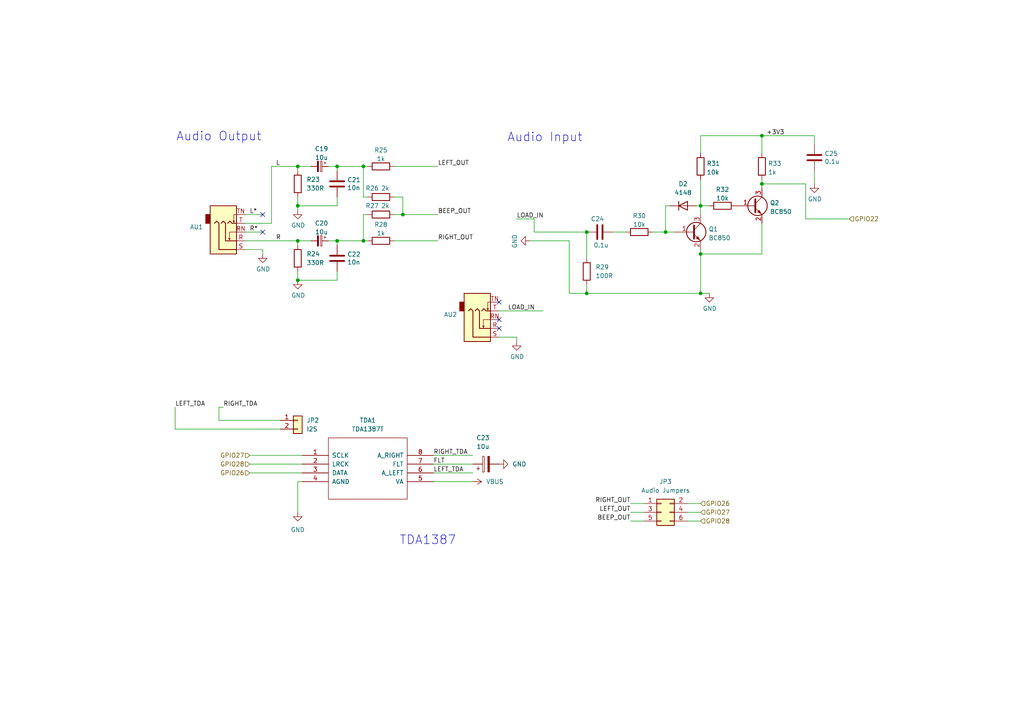
<source format=kicad_sch>
(kicad_sch (version 20231120) (generator "eeschema") (generator_version "8.0")
  (paper "A4")
  (title_block (title "FRANK2") (date "2024-11-21") (rev "1.0") (company "Mikhail Matveev") (comment 1 "https://github.com/xtremespb/frank2"))
  (lib_symbols
    (symbol "Connector:AudioJack3_SwitchTR"
      (property "Reference" "J" (at 0 8.89 0))
      (property "Value" "AudioJack3_SwitchTR" (at 0 6.35 0))
      (symbol "AudioJack3_SwitchTR_0_1"
        (rectangle (start -5.08 -5.08) (end -6.35 -7.62) (stroke (width 0.254)) (fill (type outline)))
        (polyline (pts (xy 0.508 -0.254) (xy 0.762 -0.762)))
        (polyline (pts (xy 1.778 -5.334) (xy 2.032 -5.842)))
        (polyline (pts (xy 0 -5.08) (xy 0.635 -5.715) (xy 1.27 -5.08) (xy 2.54 -5.08)) (stroke (width 0.254)))
        (polyline (pts (xy 2.54 -7.62) (xy 1.778 -7.62) (xy 1.778 -5.334) (xy 1.524 -5.842)))
        (polyline (pts (xy 2.54 -2.54) (xy 0.508 -2.54) (xy 0.508 -0.254) (xy 0.254 -0.762)))
        (polyline (pts (xy -1.905 -5.08) (xy -1.27 -5.715) (xy -0.635 -5.08) (xy -0.635 0) (xy 2.54 0)) (stroke (width 0.254)))
        (polyline (pts (xy 2.54 2.54) (xy -2.54 2.54) (xy -2.54 -5.08) (xy -3.175 -5.715) (xy -3.81 -5.08)) (stroke (width 0.254)))
        (rectangle (start 2.54 3.81) (end -5.08 -10.16) (stroke (width 0.254)) (fill (type background)))
      )
      (symbol "AudioJack3_SwitchTR_1_1"
        (pin passive line (at 5.08 0 180) (length 2.54) (name "~") (number "R"))
        (pin passive line (at 5.08 -2.54 180) (length 2.54) (name "~") (number "RN"))
        (pin passive line (at 5.08 2.54 180) (length 2.54) (name "~") (number "S"))
        (pin passive line (at 5.08 -5.08 180) (length 2.54) (name "~") (number "T"))
        (pin passive line (at 5.08 -7.62 180) (length 2.54) (name "~") (number "TN"))
      )
    )
    (symbol "Connector_Generic:Conn_01x02" (pin_names (offset 1.016) hide)
      (property "Reference" "J" (at 0 2.54 0))
      (property "Value" "Conn_01x02" (at 0 -5.08 0))
      (symbol "Conn_01x02_1_1"
        (rectangle (start -1.27 -2.413) (end 0 -2.667) (stroke (width 0.1524)))
        (rectangle (start -1.27 0.127) (end 0 -0.127) (stroke (width 0.1524)))
        (rectangle (start -1.27 1.27) (end 1.27 -3.81) (stroke (width 0.254)) (fill (type background)))
        (pin passive line (at -5.08 0 0) (length 3.81) (name "Pin_1") (number "1"))
        (pin passive line (at -5.08 -2.54 0) (length 3.81) (name "Pin_2") (number "2"))
      )
    )
    (symbol "Connector_Generic:Conn_02x03_Odd_Even" (pin_names (offset 1.016) hide)
      (property "Reference" "J" (at 1.27 5.08 0))
      (property "Value" "Conn_02x03_Odd_Even" (at 1.27 -5.08 0))
      (symbol "Conn_02x03_Odd_Even_1_1"
        (rectangle (start -1.27 -2.413) (end 0 -2.667) (stroke (width 0.1524)))
        (rectangle (start -1.27 0.127) (end 0 -0.127) (stroke (width 0.1524)))
        (rectangle (start -1.27 2.667) (end 0 2.413) (stroke (width 0.1524)))
        (rectangle (start -1.27 3.81) (end 3.81 -3.81) (stroke (width 0.254)) (fill (type background)))
        (rectangle (start 3.81 -2.413) (end 2.54 -2.667) (stroke (width 0.1524)))
        (rectangle (start 3.81 0.127) (end 2.54 -0.127) (stroke (width 0.1524)))
        (rectangle (start 3.81 2.667) (end 2.54 2.413) (stroke (width 0.1524)))
        (pin passive line (at -5.08 2.54 0) (length 3.81) (name "Pin_1") (number "1"))
        (pin passive line (at 7.62 2.54 180) (length 3.81) (name "Pin_2") (number "2"))
        (pin passive line (at -5.08 0 0) (length 3.81) (name "Pin_3") (number "3"))
        (pin passive line (at 7.62 0 180) (length 3.81) (name "Pin_4") (number "4"))
        (pin passive line (at -5.08 -2.54 0) (length 3.81) (name "Pin_5") (number "5"))
        (pin passive line (at 7.62 -2.54 180) (length 3.81) (name "Pin_6") (number "6"))
      )
    )
    (symbol "Device:C" (pin_numbers hide) (pin_names (offset 0.254))
      (property "Reference" "C" (at 0.635 2.54 0))
      (property "Value" "C" (at 0.635 -2.54 0))
      (symbol "C_0_1"
        (polyline (pts (xy -2.032 -0.762) (xy 2.032 -0.762)) (stroke (width 0.508)))
        (polyline (pts (xy -2.032 0.762) (xy 2.032 0.762)) (stroke (width 0.508)))
      )
      (symbol "C_1_1"
        (pin passive line (at 0 3.81 270) (length 2.794) (name "~") (number "1"))
        (pin passive line (at 0 -3.81 90) (length 2.794) (name "~") (number "2"))
      )
    )
    (symbol "Device:C_Polarized" (pin_numbers hide) (pin_names (offset 0.254))
      (property "Reference" "C" (at 0.635 2.54 0))
      (property "Value" "C_Polarized" (at 0.635 -2.54 0))
      (symbol "C_Polarized_0_1"
        (rectangle (start -2.286 0.508) (end 2.286 1.016))
        (polyline (pts (xy -1.778 2.286) (xy -0.762 2.286)))
        (polyline (pts (xy -1.27 2.794) (xy -1.27 1.778)))
        (rectangle (start 2.286 -0.508) (end -2.286 -1.016) (fill (type outline)))
      )
      (symbol "C_Polarized_1_1"
        (pin passive line (at 0 3.81 270) (length 2.794) (name "~") (number "1"))
        (pin passive line (at 0 -3.81 90) (length 2.794) (name "~") (number "2"))
      )
    )
    (symbol "Device:C_Polarized_Small" (pin_numbers hide) (pin_names (offset 0.254) hide)
      (property "Reference" "C" (at 0.254 1.778 0))
      (property "Value" "C_Polarized_Small" (at 0.254 -2.032 0))
      (symbol "C_Polarized_Small_0_1"
        (rectangle (start -1.524 -0.3048) (end 1.524 -0.6858) (fill (type outline)))
        (rectangle (start -1.524 0.6858) (end 1.524 0.3048))
        (polyline (pts (xy -1.27 1.524) (xy -0.762 1.524)))
        (polyline (pts (xy -1.016 1.27) (xy -1.016 1.778)))
      )
      (symbol "C_Polarized_Small_1_1"
        (pin passive line (at 0 2.54 270) (length 1.8542) (name "~") (number "1"))
        (pin passive line (at 0 -2.54 90) (length 1.8542) (name "~") (number "2"))
      )
    )
    (symbol "Device:D" (pin_numbers hide) (pin_names (offset 1.016) hide)
      (property "Reference" "D" (at 0 2.54 0))
      (property "Value" "D" (at 0 -2.54 0))
      (symbol "D_0_1"
        (polyline (pts (xy -1.27 1.27) (xy -1.27 -1.27)) (stroke (width 0.254)))
        (polyline (pts (xy 1.27 0) (xy -1.27 0)))
        (polyline (pts (xy 1.27 1.27) (xy 1.27 -1.27) (xy -1.27 0) (xy 1.27 1.27)) (stroke (width 0.254)))
      )
      (symbol "D_1_1"
        (pin passive line (at -3.81 0 0) (length 2.54) (name "K") (number "1"))
        (pin passive line (at 3.81 0 180) (length 2.54) (name "A") (number "2"))
      )
    )
    (symbol "Device:R" (pin_numbers hide) (pin_names (offset 0))
      (property "Reference" "R" (at 2.032 0 90))
      (property "Value" "R" (at 0 0 90))
      (symbol "R_0_1"
        (rectangle (start -1.016 -2.54) (end 1.016 2.54) (stroke (width 0.254)))
      )
      (symbol "R_1_1"
        (pin passive line (at 0 3.81 270) (length 1.27) (name "~") (number "1"))
        (pin passive line (at 0 -3.81 90) (length 1.27) (name "~") (number "2"))
      )
    )
    (symbol "GND_6" (power) (pin_numbers hide) (pin_names (offset 0) hide)
      (property "Value" "GND" (at 0 -3.81 0))
      (symbol "GND_6_0_1"
        (polyline (pts (xy 0 0) (xy 0 -1.27) (xy 1.27 -1.27) (xy 0 -2.54) (xy -1.27 -1.27) (xy 0 -1.27)))
      )
      (symbol "GND_6_1_1"
        (pin power_in line (at 0 0 270) (length 0) (name "~") (number "1"))
      )
    )
    (symbol "TDA1387T:TDA1387T" (pin_names (offset 1.016))
      (property "Reference" "U" (at 0 -2.54 0))
      (property "Value" "TDA1387T" (at 0 2.54 0))
      (symbol "TDA1387T_1_0"
        (rectangle (start -11.43 -8.89) (end 11.43 8.89))
      )
      (symbol "TDA1387T_1_1"
        (pin input line (at -19.05 3.81 0) (length 7.62) (name "SCLK") (number "1"))
        (pin input line (at -19.05 1.27 0) (length 7.62) (name "LRCK") (number "2"))
        (pin input line (at -19.05 -1.27 0) (length 7.62) (name "DATA") (number "3"))
        (pin input line (at -19.05 -3.81 0) (length 7.62) (name "AGND") (number "4"))
        (pin input line (at 19.05 -3.81 180) (length 7.62) (name "VA") (number "5"))
        (pin input line (at 19.05 -1.27 180) (length 7.62) (name "A_LEFT") (number "6"))
        (pin input line (at 19.05 1.27 180) (length 7.62) (name "FLT") (number "7"))
        (pin input line (at 19.05 3.81 180) (length 7.62) (name "A_RIGHT") (number "8"))
      )
    )
    (symbol "Transistor_BJT:BC850" (pin_names (offset 0) hide)
      (property "Reference" "Q" (at 5.08 1.905 0))
      (property "Value" "BC850" (at 5.08 0 0))
      (symbol "BC850_0_1"
        (polyline (pts (xy 0.635 0.635) (xy 2.54 2.54)))
        (polyline (pts (xy 0.635 -0.635) (xy 2.54 -2.54) (xy 2.54 -2.54)))
        (polyline (pts (xy 0.635 1.905) (xy 0.635 -1.905) (xy 0.635 -1.905)) (stroke (width 0.508)))
        (polyline (pts (xy 1.27 -1.778) (xy 1.778 -1.27) (xy 2.286 -2.286) (xy 1.27 -1.778) (xy 1.27 -1.778)) (fill (type outline)))
        (circle (center 1.27 0) (radius 2.8194) (stroke (width 0.254)))
      )
      (symbol "BC850_1_1"
        (pin input line (at -5.08 0 0) (length 5.715) (name "B") (number "1"))
        (pin passive line (at 2.54 -5.08 90) (length 2.54) (name "E") (number "2"))
        (pin passive line (at 2.54 5.08 270) (length 2.54) (name "C") (number "3"))
      )
    )
    (symbol "power:GND" (power) (pin_names (offset 0))
      (property "Value" "GND" (at 0 -3.81 0))
      (symbol "GND_0_1"
        (polyline (pts (xy 0 0) (xy 0 -1.27) (xy 1.27 -1.27) (xy 0 -2.54) (xy -1.27 -1.27) (xy 0 -1.27)))
      )
      (symbol "GND_1_1"
        (pin power_in line (at 0 0 270) (length 0) hide (name "GND") (number "1"))
      )
    )
    (symbol "power:VBUS" (power) (pin_numbers hide) (pin_names (offset 0) hide)
      (property "Value" "VBUS" (at 0 3.556 0))
      (symbol "VBUS_0_1"
        (polyline (pts (xy -0.762 1.27) (xy 0 2.54)))
        (polyline (pts (xy 0 0) (xy 0 2.54)))
        (polyline (pts (xy 0 2.54) (xy 0.762 1.27)))
      )
      (symbol "VBUS_1_1"
        (pin power_in line (at 0 0 90) (length 0) (name "~") (number "1"))
      )
    )
  )
  (junction (at 220.98 39.37))
  (junction (at 86.36 48.26))
  (junction (at 105.41 69.85))
  (junction (at 203.2 85.09))
  (junction (at 220.98 53.34))
  (junction (at 86.36 59.69))
  (junction (at 116.84 62.23))
  (junction (at 86.36 81.28))
  (junction (at 203.2 59.69))
  (junction (at 203.2 73.66))
  (junction (at 97.79 69.85))
  (junction (at 193.04 67.31))
  (junction (at 86.36 69.85))
  (junction (at 170.18 67.31))
  (junction (at 170.18 85.09))
  (junction (at 105.41 48.26))
  (junction (at 97.79 48.26))
  (no_connect (at 144.78 95.25))
  (no_connect (at 76.2 62.23))
  (no_connect (at 76.2 67.31))
  (no_connect (at 144.78 92.71))
  (no_connect (at 144.78 87.63))
  (wire (pts (xy 97.79 69.85) (xy 105.41 69.85)))
  (wire (pts (xy 201.93 59.69) (xy 203.2 59.69)))
  (wire (pts (xy 97.79 69.85) (xy 95.25 69.85)))
  (wire (pts (xy 97.79 48.26) (xy 105.41 48.26)))
  (wire (pts (xy 149.86 63.5) (xy 154.94 63.5)))
  (wire (pts (xy 203.2 39.37) (xy 220.98 39.37)))
  (wire (pts (xy 78.74 48.26) (xy 86.36 48.26)))
  (wire (pts (xy 72.39 132.08) (xy 87.63 132.08)))
  (wire (pts (xy 170.18 82.55) (xy 170.18 85.09)))
  (wire (pts (xy 106.68 62.23) (xy 105.41 62.23)))
  (wire (pts (xy 182.88 148.59) (xy 186.69 148.59)))
  (wire (pts (xy 233.68 53.34) (xy 233.68 63.5)))
  (wire (pts (xy 154.94 67.31) (xy 170.18 67.31)))
  (wire (pts (xy 50.8 118.11) (xy 50.8 124.46)))
  (wire (pts (xy 170.18 85.09) (xy 203.2 85.09)))
  (wire (pts (xy 97.79 81.28) (xy 86.36 81.28)))
  (wire (pts (xy 236.22 49.53) (xy 236.22 53.34)))
  (wire (pts (xy 149.86 97.79) (xy 149.86 99.06)))
  (wire (pts (xy 71.12 72.39) (xy 76.2 72.39)))
  (wire (pts (xy 86.36 57.15) (xy 86.36 59.69)))
  (wire (pts (xy 233.68 63.5) (xy 246.38 63.5)))
  (wire (pts (xy 105.41 69.85) (xy 106.68 69.85)))
  (wire (pts (xy 97.79 59.69) (xy 86.36 59.69)))
  (wire (pts (xy 97.79 48.26) (xy 95.25 48.26)))
  (wire (pts (xy 177.8 67.31) (xy 181.61 67.31)))
  (wire (pts (xy 71.12 64.77) (xy 78.74 64.77)))
  (wire (pts (xy 125.73 137.16) (xy 137.16 137.16)))
  (wire (pts (xy 220.98 53.34) (xy 233.68 53.34)))
  (wire (pts (xy 154.94 63.5) (xy 154.94 67.31)))
  (wire (pts (xy 71.12 69.85) (xy 86.36 69.85)))
  (wire (pts (xy 194.31 59.69) (xy 193.04 59.69)))
  (wire (pts (xy 72.39 137.16) (xy 87.63 137.16)))
  (wire (pts (xy 193.04 67.31) (xy 195.58 67.31)))
  (wire (pts (xy 203.2 39.37) (xy 203.2 44.45)))
  (wire (pts (xy 203.2 148.59) (xy 199.39 148.59)))
  (wire (pts (xy 105.41 48.26) (xy 106.68 48.26)))
  (wire (pts (xy 90.17 69.85) (xy 86.36 69.85)))
  (wire (pts (xy 50.8 124.46) (xy 81.28 124.46)))
  (wire (pts (xy 182.88 151.13) (xy 186.69 151.13)))
  (wire (pts (xy 203.2 73.66) (xy 203.2 85.09)))
  (wire (pts (xy 116.84 62.23) (xy 114.3 62.23)))
  (wire (pts (xy 220.98 39.37) (xy 236.22 39.37)))
  (wire (pts (xy 189.23 67.31) (xy 193.04 67.31)))
  (wire (pts (xy 170.18 67.31) (xy 170.18 74.93)))
  (wire (pts (xy 182.88 146.05) (xy 186.69 146.05)))
  (wire (pts (xy 220.98 64.77) (xy 220.98 73.66)))
  (wire (pts (xy 97.79 49.53) (xy 97.79 48.26)))
  (wire (pts (xy 236.22 39.37) (xy 236.22 41.91)))
  (wire (pts (xy 220.98 53.34) (xy 220.98 54.61)))
  (wire (pts (xy 144.78 97.79) (xy 149.86 97.79)))
  (wire (pts (xy 97.79 57.15) (xy 97.79 59.69)))
  (wire (pts (xy 153.67 69.85) (xy 165.1 69.85)))
  (wire (pts (xy 106.68 57.15) (xy 105.41 57.15)))
  (wire (pts (xy 125.73 139.7) (xy 137.16 139.7)))
  (wire (pts (xy 86.36 48.26) (xy 86.36 49.53)))
  (wire (pts (xy 86.36 59.69) (xy 86.36 60.96)))
  (wire (pts (xy 203.2 72.39) (xy 203.2 73.66)))
  (wire (pts (xy 203.2 146.05) (xy 199.39 146.05)))
  (wire (pts (xy 125.73 132.08) (xy 137.16 132.08)))
  (wire (pts (xy 63.5 121.92) (xy 81.28 121.92)))
  (wire (pts (xy 114.3 48.26) (xy 127 48.26)))
  (wire (pts (xy 86.36 69.85) (xy 86.36 71.12)))
  (wire (pts (xy 114.3 57.15) (xy 116.84 57.15)))
  (wire (pts (xy 165.1 69.85) (xy 165.1 85.09)))
  (wire (pts (xy 114.3 69.85) (xy 127 69.85)))
  (wire (pts (xy 220.98 39.37) (xy 220.98 44.45)))
  (wire (pts (xy 125.73 134.62) (xy 137.16 134.62)))
  (wire (pts (xy 203.2 151.13) (xy 199.39 151.13)))
  (wire (pts (xy 165.1 85.09) (xy 170.18 85.09)))
  (wire (pts (xy 78.74 48.26) (xy 78.74 64.77)))
  (wire (pts (xy 144.78 90.17) (xy 157.48 90.17)))
  (wire (pts (xy 86.36 78.74) (xy 86.36 81.28)))
  (wire (pts (xy 116.84 62.23) (xy 127 62.23)))
  (wire (pts (xy 116.84 57.15) (xy 116.84 62.23)))
  (wire (pts (xy 193.04 59.69) (xy 193.04 67.31)))
  (wire (pts (xy 97.79 78.74) (xy 97.79 81.28)))
  (wire (pts (xy 203.2 59.69) (xy 205.74 59.69)))
  (wire (pts (xy 76.2 72.39) (xy 76.2 73.66)))
  (wire (pts (xy 90.17 48.26) (xy 86.36 48.26)))
  (wire (pts (xy 203.2 73.66) (xy 220.98 73.66)))
  (wire (pts (xy 71.12 67.31) (xy 76.2 67.31)))
  (wire (pts (xy 97.79 71.12) (xy 97.79 69.85)))
  (wire (pts (xy 87.63 139.7) (xy 86.36 139.7)))
  (wire (pts (xy 63.5 118.11) (xy 63.5 121.92)))
  (wire (pts (xy 203.2 85.09) (xy 205.74 85.09)))
  (wire (pts (xy 71.12 62.23) (xy 76.2 62.23)))
  (wire (pts (xy 72.39 134.62) (xy 87.63 134.62)))
  (wire (pts (xy 64.77 118.11) (xy 63.5 118.11)))
  (wire (pts (xy 105.41 62.23) (xy 105.41 69.85)))
  (wire (pts (xy 86.36 139.7) (xy 86.36 148.59)))
  (wire (pts (xy 220.98 52.07) (xy 220.98 53.34)))
  (wire (pts (xy 105.41 48.26) (xy 105.41 57.15)))
  (wire (pts (xy 203.2 52.07) (xy 203.2 59.69)))
  (wire (pts (xy 203.2 59.69) (xy 203.2 62.23)))
  (text "TDA1387" (at 115.824 158.242 0) (effects (font (size 2.54 2.54)) (justify left bottom)))
  (text "Audio Input" (at 147.066 41.402 0) (effects (font (size 2.54 2.54)) (justify left bottom)))
  (text "Audio Output" (at 51.054 41.148 0) (effects (font (size 2.54 2.54)) (justify left bottom)))
  (label "LEFT_TDA" (at 50.8 118.11 0))
  (label "LEFT_TDA" (at 125.73 137.16 0))
  (label "L" (at 80.01 48.26 0))
  (label "+3V3" (at 222.25 39.37 0))
  (label "R" (at 80.01 69.85 0))
  (label "L*" (at 72.39 62.23 0))
  (label "LEFT_OUT" (at 127 48.26 0))
  (label "RIGHT_TDA" (at 64.77 118.11 0))
  (label "LOAD_IN" (at 149.86 63.5 0))
  (label "LOAD_IN" (at 147.32 90.17 0))
  (label "BEEP_OUT" (at 127 62.23 0))
  (label "RIGHT_TDA" (at 125.73 132.08 0))
  (label "FLT" (at 125.73 134.62 0))
  (label "R*" (at 72.39 67.31 0))
  (label "RIGHT_OUT" (at 182.88 146.05 180))
  (label "LEFT_OUT" (at 182.88 148.59 180))
  (label "BEEP_OUT" (at 182.88 151.13 180))
  (label "RIGHT_OUT" (at 127 69.85 0))
  (hierarchical_label "GPIO28" (shape input) (at 203.2 151.13 0))
  (hierarchical_label "GPIO27" (shape input) (at 203.2 148.59 0))
  (hierarchical_label "GPIO26" (shape input) (at 72.39 137.16 180))
  (hierarchical_label "GPIO22" (shape input) (at 246.38 63.5 0))
  (hierarchical_label "GPIO27" (shape input) (at 72.39 132.08 180))
  (hierarchical_label "GPIO26" (shape input) (at 203.2 146.05 0))
  (hierarchical_label "GPIO28" (shape input) (at 72.39 134.62 180))
  (symbol (lib_id "power:GND") (at 86.36 148.59 0) (unit 1)
    (property "Reference" "#PWR040" (effects (hide yes)))
    (property "Value" "GND" (at 86.36 153.67 0))
    (property "Description" "Power symbol creates a global label with name \"GND\" , ground" (effects (hide yes)))
  )
  (symbol (lib_id "Device:R") (at 110.49 57.15 90) (unit 1)
    (property "Reference" "R26" (at 107.95 54.61 90))
    (property "Value" "2k" (at 111.76 54.61 90))
    (property "Footprint" "Resistor_SMD:R_0805_2012Metric_Pad1.20x1.40mm_HandSolder" (effects (hide yes)))
  )
  (symbol (lib_id "Device:C") (at 173.99 67.31 90) (unit 1)
    (property "Reference" "C24" (at 175.26 63.5 90) (effects (justify left)))
    (property "Value" "0.1u" (at 176.53 71.12 90) (effects (justify left)))
    (property "Footprint" "Capacitor_SMD:C_0805_2012Metric_Pad1.18x1.45mm_HandSolder" (effects (hide yes)))
  )
  (symbol (lib_id "Connector:AudioJack3_SwitchTR") (at 139.7 95.25 0) (mirror x) (unit 1)
    (property "Reference" "AU2" (at 132.5881 91.2403 0) (effects (justify right)))
    (property "Value" "AUDIO IN" (effects (hide yes)))
    (property "Footprint" "LIBS:Medved_Jack_3.5mm_CUI_SJ1-3535NG_Horizontal" (effects (hide yes)))
  )
  (symbol (lib_id "Device:C_Polarized_Small") (at 92.71 69.85 270) (unit 1)
    (property "Reference" "C20" (at 93.2561 64.7532 90))
    (property "Value" "10u" (at 93.2561 67.2901 90))
    (property "Footprint" "LIBS:Medved_CP_Radial_D5.0mm_P2.50mm" (effects (hide yes)))
  )
  (symbol (lib_id "power:GND") (at 236.22 53.34 0) (unit 1)
    (property "Reference" "#PWR046" (effects (hide yes)))
    (property "Value" "GND" (at 236.347 57.7342 0))
  )
  (symbol (lib_id "Device:C_Polarized") (at 140.97 134.62 90) (unit 1)
    (property "Reference" "C23" (at 140.081 127 90))
    (property "Value" "10u" (at 140.081 129.54 90))
    (property "Footprint" "LIBS:Medved_CP_Radial_D5.0mm_P2.50mm" (effects (hide yes)))
    (property "Description" "Polarized capacitor" (effects (hide yes)))
  )
  (symbol (lib_id "Device:R") (at 110.49 69.85 90) (unit 1)
    (property "Reference" "R28" (at 110.49 65.1342 90))
    (property "Value" "1k" (at 110.49 67.6711 90))
    (property "Footprint" "Resistor_SMD:R_0805_2012Metric_Pad1.20x1.40mm_HandSolder" (effects (hide yes)))
  )
  (symbol (lib_id "Device:R") (at 203.2 48.26 0) (unit 1)
    (property "Reference" "R31" (at 204.978 47.4253 0) (effects (justify left)))
    (property "Value" "10k" (at 204.978 49.9622 0) (effects (justify left)))
    (property "Footprint" "Resistor_SMD:R_0805_2012Metric_Pad1.20x1.40mm_HandSolder" (effects (hide yes)))
  )
  (symbol (lib_id "Device:R") (at 86.36 74.93 0) (unit 1)
    (property "Reference" "R24" (at 88.9 73.6599 0) (effects (justify left)))
    (property "Value" "330R" (at 88.9 76.1999 0) (effects (justify left)))
    (property "Footprint" "Resistor_SMD:R_0805_2012Metric_Pad1.20x1.40mm_HandSolder" (effects (hide yes)))
  )
  (symbol (lib_id "Device:R") (at 110.49 62.23 90) (unit 1)
    (property "Reference" "R27" (at 107.95 59.69 90))
    (property "Value" "2k" (at 111.76 59.69 90))
    (property "Footprint" "Resistor_SMD:R_0805_2012Metric_Pad1.20x1.40mm_HandSolder" (effects (hide yes)))
  )
  (symbol (lib_id "power:GND") (at 86.36 60.96 0) (unit 1)
    (property "Reference" "#PWR038" (effects (hide yes)))
    (property "Value" "GND" (at 86.487 65.3542 0))
  )
  (symbol (lib_id "Device:R") (at 110.49 48.26 90) (unit 1)
    (property "Reference" "R25" (at 110.49 43.5442 90))
    (property "Value" "1k" (at 110.49 46.0811 90))
    (property "Footprint" "Resistor_SMD:R_0805_2012Metric_Pad1.20x1.40mm_HandSolder" (effects (hide yes)))
  )
  (symbol (lib_id "TDA1387T:TDA1387T") (at 106.68 135.89 0) (unit 1)
    (property "Reference" "TDA1" (at 106.68 121.92 0))
    (property "Value" "TDA1387T" (at 106.68 124.46 0))
    (property "Footprint" "Package_SO:SO-8_5.3x6.2mm_P1.27mm" (effects (hide yes)))
    (property "Datasheet" "DOCUMENTATION" (effects (hide yes)))
  )
  (symbol (lib_name "GND_6") (lib_id "power:GND") (at 144.78 134.62 90) (unit 1)
    (property "Reference" "#PWR042" (effects (hide yes)))
    (property "Value" "GND" (at 148.59 134.6199 90) (effects (justify right)))
    (property "Description" "Power symbol creates a global label with name \"GND\" , ground" (effects (hide yes)))
  )
  (symbol (lib_id "Connector:AudioJack3_SwitchTR") (at 66.04 69.85 0) (mirror x) (unit 1)
    (property "Reference" "AU1" (at 58.9281 65.8403 0) (effects (justify right)))
    (property "Value" "AUDIO OUT" (effects (hide yes)))
    (property "Footprint" "LIBS:Medved_Jack_3.5mm_CUI_SJ1-3535NG_Horizontal" (effects (hide yes)))
  )
  (symbol (lib_id "Connector_Generic:Conn_02x03_Odd_Even") (at 191.77 148.59 0) (unit 1)
    (property "Reference" "JP3" (at 193.04 139.7 0))
    (property "Value" "Audio Jumpers" (at 193.04 142.24 0))
    (property "Footprint" "LIBS:Medved_JMP_2x03" (effects (hide yes)))
    (property "Description" "Generic connector, double row, 02x03, odd/even pin numbering scheme (row 1 odd numbers, row 2 even numbers), script generated (kicad-library-utils/schlib/autogen/connector/)" (effects (hide yes)))
  )
  (symbol (lib_id "power:GND") (at 149.86 99.06 0) (unit 1)
    (property "Reference" "#PWR043" (effects (hide yes)))
    (property "Value" "GND" (at 149.987 103.4542 0))
  )
  (symbol (lib_id "power:VBUS") (at 137.16 139.7 270) (unit 1)
    (property "Reference" "#PWR041" (effects (hide yes)))
    (property "Value" "VBUS" (at 140.97 139.6999 90) (effects (justify left)))
    (property "Description" "Power symbol creates a global label with name \"VBUS\"" (effects (hide yes)))
  )
  (symbol (lib_id "Device:R") (at 170.18 78.74 0) (unit 1)
    (property "Reference" "R29" (at 172.72 77.4699 0) (effects (justify left)))
    (property "Value" "100R" (at 172.72 80.0099 0) (effects (justify left)))
    (property "Footprint" "Resistor_SMD:R_0805_2012Metric_Pad1.20x1.40mm_HandSolder" (effects (hide yes)))
  )
  (symbol (lib_id "Connector_Generic:Conn_01x02") (at 86.36 121.92 0) (unit 1)
    (property "Reference" "JP2" (at 88.9 121.9199 0) (effects (justify left)))
    (property "Value" "I2S" (at 88.9 124.4599 0) (effects (justify left)))
    (property "Footprint" "LIBS:Medved_PinHeader_1x02" (effects (hide yes)))
    (property "Description" "Generic connector, single row, 01x02, script generated (kicad-library-utils/schlib/autogen/connector/)" (effects (hide yes)))
  )
  (symbol (lib_id "Transistor_BJT:BC850") (at 200.66 67.31 0) (unit 1)
    (property "Reference" "Q1" (at 205.5114 66.4753 0) (effects (justify left)))
    (property "Value" "BC850" (at 205.5114 69.0122 0) (effects (justify left)))
    (property "Footprint" "Package_TO_SOT_SMD:SOT-23_Handsoldering" (effects (hide yes)))
    (property "Datasheet" "http://www.infineon.com/dgdl/Infineon-BC847SERIES_BC848SERIES_BC849SERIES_BC850SERIES-DS-v01_01-en.pdf?fileId=db3a304314dca389011541d4630a1657" (effects (hide yes)))
  )
  (symbol (lib_id "Device:C") (at 97.79 74.93 0) (unit 1)
    (property "Reference" "C22" (at 100.711 73.7616 0) (effects (justify left)))
    (property "Value" "10n" (at 100.711 76.073 0) (effects (justify left)))
    (property "Footprint" "Capacitor_SMD:C_0805_2012Metric_Pad1.18x1.45mm_HandSolder" (effects (hide yes)))
  )
  (symbol (lib_id "Device:R") (at 220.98 48.26 0) (unit 1)
    (property "Reference" "R33" (at 222.758 47.4253 0) (effects (justify left)))
    (property "Value" "1k" (at 222.758 49.9622 0) (effects (justify left)))
    (property "Footprint" "Resistor_SMD:R_0805_2012Metric_Pad1.20x1.40mm_HandSolder" (effects (hide yes)))
  )
  (symbol (lib_id "Device:C") (at 97.79 53.34 0) (unit 1)
    (property "Reference" "C21" (at 100.711 52.1716 0) (effects (justify left)))
    (property "Value" "10n" (at 100.711 54.483 0) (effects (justify left)))
    (property "Footprint" "Capacitor_SMD:C_0805_2012Metric_Pad1.18x1.45mm_HandSolder" (effects (hide yes)))
  )
  (symbol (lib_id "Device:C_Polarized_Small") (at 92.71 48.26 270) (unit 1)
    (property "Reference" "C19" (at 93.2561 43.1632 90))
    (property "Value" "10u" (at 93.2561 45.7001 90))
    (property "Footprint" "LIBS:Medved_CP_Radial_D5.0mm_P2.50mm" (effects (hide yes)))
  )
  (symbol (lib_id "Device:D") (at 198.12 59.69 0) (unit 1)
    (property "Reference" "D2" (at 198.12 53.34 0))
    (property "Value" "4148" (at 198.12 55.88 0))
    (property "Footprint" "Diode_SMD:D_0805_2012Metric_Pad1.15x1.40mm_HandSolder" (effects (hide yes)))
  )
  (symbol (lib_id "Device:R") (at 209.55 59.69 90) (unit 1)
    (property "Reference" "R32" (at 209.55 54.9742 90))
    (property "Value" "10k" (at 209.55 57.5111 90))
    (property "Footprint" "Resistor_SMD:R_0805_2012Metric_Pad1.20x1.40mm_HandSolder" (effects (hide yes)))
  )
  (symbol (lib_id "power:GND") (at 86.36 81.28 0) (unit 1)
    (property "Reference" "#PWR039" (effects (hide yes)))
    (property "Value" "GND" (at 86.487 85.6742 0))
  )
  (symbol (lib_id "power:GND") (at 205.74 85.09 0) (unit 1)
    (property "Reference" "#PWR045" (effects (hide yes)))
    (property "Value" "GND" (at 205.867 89.4842 0))
  )
  (symbol (lib_id "Device:R") (at 86.36 53.34 0) (unit 1)
    (property "Reference" "R23" (at 88.9 52.0699 0) (effects (justify left)))
    (property "Value" "330R" (at 88.9 54.6099 0) (effects (justify left)))
    (property "Footprint" "Resistor_SMD:R_0805_2012Metric_Pad1.20x1.40mm_HandSolder" (effects (hide yes)))
  )
  (symbol (lib_id "Device:R") (at 185.42 67.31 90) (unit 1)
    (property "Reference" "R30" (at 185.42 62.5942 90))
    (property "Value" "10k" (at 185.42 65.1311 90))
    (property "Footprint" "Resistor_SMD:R_0805_2012Metric_Pad1.20x1.40mm_HandSolder" (effects (hide yes)))
  )
  (symbol (lib_id "Transistor_BJT:BC850") (at 218.44 59.69 0) (unit 1)
    (property "Reference" "Q2" (at 223.2914 58.8553 0) (effects (justify left)))
    (property "Value" "BC850" (at 223.2914 61.3922 0) (effects (justify left)))
    (property "Footprint" "Package_TO_SOT_SMD:SOT-23_Handsoldering" (effects (hide yes)))
    (property "Datasheet" "http://www.infineon.com/dgdl/Infineon-BC847SERIES_BC848SERIES_BC849SERIES_BC850SERIES-DS-v01_01-en.pdf?fileId=db3a304314dca389011541d4630a1657" (effects (hide yes)))
  )
  (symbol (lib_id "Device:C") (at 236.22 45.72 0) (unit 1)
    (property "Reference" "C25" (at 239.141 44.5516 0) (effects (justify left)))
    (property "Value" "0.1u" (at 239.141 46.863 0) (effects (justify left)))
    (property "Footprint" "Capacitor_SMD:C_0805_2012Metric_Pad1.18x1.45mm_HandSolder" (effects (hide yes)))
  )
  (symbol (lib_id "power:GND") (at 76.2 73.66 0) (unit 1)
    (property "Reference" "#PWR037" (effects (hide yes)))
    (property "Value" "GND" (at 76.327 78.0542 0))
  )
  (symbol (lib_id "power:GND") (at 153.67 69.85 270) (unit 1)
    (property "Reference" "#PWR044" (effects (hide yes)))
    (property "Value" "GND" (at 149.2758 69.977 0))
  )
)
</source>
